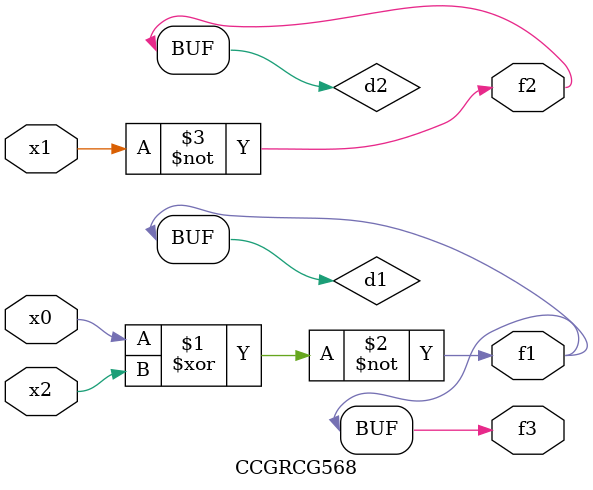
<source format=v>
module CCGRCG568(
	input x0, x1, x2,
	output f1, f2, f3
);

	wire d1, d2, d3;

	xnor (d1, x0, x2);
	nand (d2, x1);
	nor (d3, x1, x2);
	assign f1 = d1;
	assign f2 = d2;
	assign f3 = d1;
endmodule

</source>
